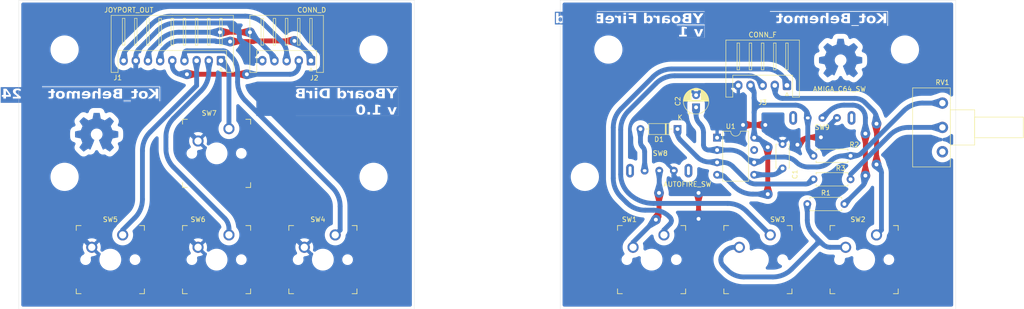
<source format=kicad_pcb>
(kicad_pcb (version 20240108) (generator "pcbnew") (generator_version "8.0")
  (title_block (title "YBoard") (date "2024-07-12") (rev "1.1") (company "Kot_Behemot"))
  (layers (0 "F.Cu" signal) (31 "B.Cu" signal) (34 "B.Paste" user) (35 "F.Paste" user) (36 "B.SilkS" user "B.Silkscreen") (37 "F.SilkS" user "F.Silkscreen") (38 "B.Mask" user) (39 "F.Mask" user) (44 "Edge.Cuts" user))
  (net 0 "")
  (net 1 "Net-(U1-CV)")
  (net 2 "GND_F")
  (net 3 "Net-(U1-THR)")
  (net 4 "Net-(D1-A)")
  (net 5 "/AUTOFIRE")
  (net 6 "/FIRE_D")
  (net 7 "VCC_D")
  (net 8 "/DOWN")
  (net 9 "GND_D")
  (net 10 "/RIGHT")
  (net 11 "/A_D")
  (net 12 "/LEFT")
  (net 13 "/UP")
  (net 14 "Net-(SW9-B)")
  (net 15 "Net-(R1-Pad1)")
  (net 16 "Net-(R3-Pad2)")
  (net 18 "Net-(SW8-B)")
  (net 20 "/B_D")
  (net 21 "VCC_F")
  (net 22 "/B_F")
  (net 23 "/A_F")
  (net 24 "/FIRE_F")
  (footprint "Amiga Joyboard:SW_MX" (layer "F.Cu") (at 67.818 118.618)
    (property "Reference" "SW5")
    (property "Value" "LEFT_BTN")
  )
  (footprint "Connector_JST:JST_XH_S5B-XH-A_1x05_P2.50mm_Horizontal" (layer "F.Cu") (at 206.89 82.804 180)
    (property "Reference" "J3")
    (property "Value" "CONN_F")
  )
  (footprint "Amiga Joyboard:SW_MX" (layer "F.Cu") (at 179.07 118.618)
    (property "Reference" "SW1")
    (property "Value" "FIRE_BTN")
  )
  (footprint "Amiga Joyboard:MountingHole_5.3mm_M5_DIN965_drill_mark" (layer "F.Cu") (at 58.42 75.438)
    (property "Reference" "REF**" (hide yes))
    (property "Value" "MountingHole_M3" (hide yes))
  )
  (footprint "Amiga Joyboard:MountingHole_5.3mm_M5_DIN965_drill_mark" (layer "F.Cu") (at 121.92 101.6)
    (property "Reference" "REF**" (hide yes))
    (property "Value" "MountingHole_M3" (hide yes))
  )
  (footprint "Amiga Joyboard:SW_MX" (layer "F.Cu") (at 89.662 96.774)
    (property "Reference" "SW7")
    (property "Value" "UP_BTN")
  )
  (footprint "Connector_JST:JST_XH_S9B-XH-A_1x09_P2.50mm_Horizontal" (layer "F.Cu") (at 90.558 77.724 180)
    (property "Reference" "J1")
    (property "Value" "JOYPORT_OUT")
  )
  (footprint "Resistor_THT:R_Axial_DIN0207_L6.3mm_D2.5mm_P7.62mm_Horizontal" (layer "F.Cu") (at 211.074 107.188)
    (property "Reference" "R1")
    (property "Value" "100")
  )
  (footprint "Amiga Joyboard:SW_MX" (layer "F.Cu") (at 222.758 118.618)
    (property "Reference" "SW2")
    (property "Value" "B_BTN")
  )
  (footprint "Amiga Joyboard:MountingHole_5.3mm_M5_DIN965_drill_mark" (layer "F.Cu") (at 121.92 75.438)
    (property "Reference" "REF**" (hide yes))
    (property "Value" "MountingHole_M3" (hide yes))
  )
  (footprint "Amiga Joyboard:SS12T44_SLIDER_SWITCH_SPDT" (layer "F.Cu") (at 180.642 100.33)
    (property "Reference" "SW8")
    (property "Value" "AUTOFIRE_SW")
  )
  (footprint "Potentiometer_THT:Potentiometer_Piher_T-16H_Single_Horizontal" (layer "F.Cu") (at 238.844 96.44)
    (property "Reference" "RV1")
    (property "Value" "100k_FREQ_POT")
  )
  (footprint "Amiga Joyboard:SW_MX" (layer "F.Cu") (at 200.914 118.618)
    (property "Reference" "SW3")
    (property "Value" "A_BTN")
  )
  (footprint "Amiga Joyboard:MountingHole_5.3mm_M5_DIN965_drill_mark" (layer "F.Cu") (at 231.14 75.438)
    (property "Reference" "REF**" (hide yes))
    (property "Value" "MountingHole_M3" (hide yes))
  )
  (footprint "Connector_JST:JST_XH_S5B-XH-A_1x05_P2.50mm_Horizontal" (layer "F.Cu") (at 109.06 77.724 180)
    (property "Reference" "J2")
    (property "Value" "CONN_D")
  )
  (footprint "Capacitor_THT:CP_Radial_D5.0mm_P2.50mm" (layer "F.Cu") (at 188.214 87.311113 90)
    (property "Reference" "C2")
    (property "Value" "1uF")
  )
  (footprint "Amiga Joyboard:SS12T44_SLIDER_SWITCH_SPDT" (layer "F.Cu") (at 214.17 89.488)
    (property "Reference" "SW9")
    (property "Value" "AMIGA_C64_SW")
  )
  (footprint "Amiga Joyboard:SW_MX" (layer "F.Cu") (at 89.662 118.618)
    (property "Reference" "SW6")
    (property "Value" "DOWN_BTN")
  )
  (footprint "Resistor_THT:R_Axial_DIN0207_L6.3mm_D2.5mm_P7.62mm_Horizontal" (layer "F.Cu") (at 219.964 97.282 180)
    (property "Reference" "R2")
    (property "Value" "360k")
  )
  (footprint "Amiga Joyboard:MountingHole_5.3mm_M5_DIN965_drill_mark" (layer "F.Cu") (at 58.42 101.6)
    (property "Reference" "REF**" (hide yes))
    (property "Value" "MountingHole_M3" (hide yes))
  )
  (footprint "Diode_THT:D_DO-35_SOD27_P7.62mm_Horizontal" (layer "F.Cu") (at 184.404 91.774 180)
    (property "Reference" "D1")
    (property "Value" "1N4148")
  )
  (footprint "Amiga Joyboard:MountingHole_5.3mm_M5_DIN965_drill_mark" (layer "F.Cu") (at 170.18 75.438)
    (property "Reference" "REF**" (hide yes))
    (property "Value" "MountingHole_M3" (hide yes))
  )
  (footprint "Capacitor_THT:C_Disc_D4.7mm_W2.5mm_P5.00mm" (layer "F.Cu") (at 205.994 99.862 90)
    (property "Reference" "C1")
    (property "Value" "100nF")
  )
  (footprint "Package_DIP:DIP-8_W7.62mm" (layer "F.Cu") (at 192.532 93.552)
    (property "Reference" "U1")
    (property "Value" "NE555P")
  )
  (footprint "Resistor_THT:R_Axial_DIN0207_L6.3mm_D2.5mm_P7.62mm_Horizontal" (layer "F.Cu") (at 212.344 102.108)
    (property "Reference" "R3")
    (property "Value" "4.7K")
  )
  (footprint "Amiga Joyboard:MountingHole_5.3mm_M5_DIN965_drill_mark" (layer "F.Cu") (at 165.354 101.6)
    (property "Reference" "REF**" (hide yes))
    (property "Value" "MountingHole_M3" (hide yes))
  )
  (footprint "Amiga Joyboard:SW_MX" (layer "F.Cu") (at 111.506 118.618)
    (property "Reference" "SW4")
    (property "Value" "RIGHT_BTN")
  )
  (footprint "Symbol:OSHW-Symbol_8.9x8mm_Copper" (layer "B.Cu") (at 217.932 77.216 180)
    (property "Reference" "REF**" (hide yes))
    (property "Value" "OSHW-Symbol_8.9x8mm_Copper" (hide yes))
  )
  (footprint "Symbol:OSHW-Symbol_8.9x8mm_Copper" (layer "B.Cu") (at 65.024 92.456 180)
    (property "Reference" "REF**" (hide yes))
    (property "Value" "OSHW-Symbol_8.9x8mm_Copper" (hide yes))
  )
  (gr_rect (start 160.274 65.278) (end 241.554 128.778) (stroke (width 0.05)) (fill none) (layer "Edge.Cuts"))
  (gr_rect (start 49.022 65.278) (end 130.302 128.778) (stroke (width 0.05)) (fill none) (layer "Edge.Cuts"))
  (gr_text "Kot_Behemot 2024" (at 77.978 85.852 0) (layer "B.Cu" knockout) (effects (font (size 2 2.2) (thickness 0.4) (bold yes)) (justify left bottom mirror)))
  (gr_text "YBoard FireBoard" (at 189.738 70.358 0) (layer "B.Cu" knockout) (effects (font (size 2 2.2) (thickness 0.4) (bold yes)) (justify left bottom mirror)))
  (gr_text "Kot_Behemot 2024" (at 227.584 70.358 0) (layer "B.Cu" knockout) (effects (font (size 2 2.2) (thickness 0.4) (bold yes)) (justify left bottom mirror)))
  (gr_text "YBoard DirBoard\nv 1.0" (at 126.746 89.154 0) (layer "B.Cu" knockout) (effects (font (size 2 2.2) (thickness 0.4) (bold yes)) (justify left bottom mirror)))
  (gr_text "v 1.0" (at 189.738 73.1012 0) (layer "B.Cu" knockout) (effects (font (size 2 2.2) (thickness 0.4) (bold yes)) (justify left bottom mirror)))
  (segment (start 203.75769 101.172) (end 200.152 101.172) (width 1) (layer "B.Cu") (net 1))
  (segment (start 205.339 100.517) (end 205.994 99.862) (width 1) (layer "B.Cu") (net 1))
  (arc (start 205.339 100.517) (mid 204.613488 101.001771) (end 203.75769 101.172) (width 1) (layer "B.Cu") (net 1))
  (segment (start 213.868 93.472) (end 211.64363 93.472) (width 1) (layer "F.Cu") (net 2))
  (segment (start 188.722 110.236) (end 188.722 104.902) (width 1) (layer "F.Cu") (net 2))
  (segment (start 202.438 90.932) (end 197.866 90.932) (width 1) (layer "F.Cu") (net 2))
  (segment (start 209.042 94.996) (end 209.804 94.234) (width 1) (layer "F.Cu") (net 2))
  (via (at 188.722 110.236) (size 2) (drill 0.8) (layers "F.Cu" "B.Cu") (net 2))
  (via (at 197.866 90.932) (size 2) (drill 0.8) (layers "F.Cu" "B.Cu") (net 2))
  (via (at 202.438 90.932) (size 2) (drill 0.8) (layers "F.Cu" "B.Cu") (net 2))
  (via (at 209.042 94.996) (size 2) (drill 0.8) (layers "F.Cu" "B.Cu") (net 2))
  (via (at 188.722 104.902) (size 2) (drill 0.8) (layers "F.Cu" "B.Cu") (net 2))
  (via (at 213.868 93.472) (size 2) (drill 0.8) (layers "F.Cu" "B.Cu") (net 2))
  (arc (start 211.64363 93.472) (mid 210.648029 93.670037) (end 209.804 94.234) (width 1) (layer "F.Cu") (net 2))
  (segment (start 183.642 100.33) (end 183.642 101.46137) (width 1) (layer "B.Cu") (net 2))
  (segment (start 187.08263 104.902) (end 188.722 104.902) (width 1) (layer "B.Cu") (net 2))
  (segment (start 215.138 91.734) (end 215.138 91.948) (width 1) (layer "B.Cu") (net 2))
  (segment (start 183.642 101.46137) (end 187.08263 104.902) (width 1) (layer "B.Cu") (net 2))
  (segment (start 190.221113 82.804) (end 196.89 82.804) (width 1) (layer "B.Cu") (net 2))
  (segment (start 205.994 94.488) (end 205.994 94.862) (width 1) (layer "B.Cu") (net 2))
  (segment (start 209.042 94.996) (end 208.908 94.862) (width 1) (layer "B.Cu") (net 2))
  (segment (start 215.28932 91.368679) (end 217.17 89.488) (width 1) (layer "B.Cu") (net 2))
  (arc (start 215.28932 91.368679) (mid 215.177326 91.536289) (end 215.138 91.734) (width 1) (layer "B.Cu") (net 2))
  (segment (start 198.235899 97.362) (end 199.277467 98.403568) (width 1) (layer "B.Cu") (net 3))
  (segment (start 200.47505 98.632) (end 199.828949 98.632) (width 1) (layer "B.Cu") (net 3))
  (segment (start 190.830548 96.092) (end 192.532 96.092) (width 1) (layer "B.Cu") (net 3))
  (segment (start 201.683369 98.232) (end 201.83137 98.084) (width 1) (layer "B.Cu") (net 3))
  (segment (start 222.243383 96.686616) (end 230.896207 88.033792) (width 1) (layer "B.Cu") (net 3))
  (segment (start 211.24084 99.568) (end 213.013553 99.568) (width 1) (layer "B.Cu") (net 3))
  (segment (start 200.717685 98.632) (end 200.47505 98.632) (width 1) (layer "B.Cu") (net 3))
  (segment (start 188.214 88.838369) (end 188.214 87.311113) (width 1) (layer "B.Cu") (net 3))
  (segment (start 206.335159 97.536) (end 203.154359 97.536) (width 1) (layer "B.Cu") (net 3))
  (segment (start 189.738 94.999451) (end 189.738 92.51763) (width 1) (layer "B.Cu") (net 3))
  (segment (start 220.806 97.282) (end 219.964 97.282) (width 1) (layer "B.Cu") (net 3))
  (segment (start 195.169847 96.092) (end 192.532 96.092) (width 1) (layer "B.Cu") (net 3))
  (segment (start 219.964 97.282) (end 218.44 97.282) (width 1) (layer "B.Cu") (net 3))
  (segment (start 234.743963 86.44) (end 238.844 86.44) (width 1) (layer "B.Cu") (net 3))
  (segment (start 215.838369 98.35963) (end 215.773 98.425) (width 1) (layer "B.Cu") (net 3))
  (arc (start 188.214 88.838369) (mid 188.412037 89.83397) (end 188.976 90.678) (width 1) (layer "B.Cu") (net 3))
  (arc (start 203.154359 97.536) (mid 202.438362 97.67842) (end 201.83137 98.084) (width 1) (layer "B.Cu") (net 3))
  (arc (start 199.277467 98.403568) (mid 199.530489 98.572632) (end 199.828949 98.632) (width 1) (layer "B.Cu") (net 3))
  (arc (start 208.788 98.552) (mid 209.913372 99.30395) (end 211.24084 99.568) (width 1) (layer "B.Cu") (net 3))
  (arc (start 208.788 98.552) (mid 207.662626 97.800049) (end 206.335159 97.536) (width 1) (layer "B.Cu") (net 3))
  (arc (start 222.243383 96.686616) (mid 221.583906 97.127264) (end 220.806 97.282) (width 1) (layer "B.Cu") (net 3))
  (arc (start 188.976 90.678) (mid 189.539962 91.522029) (end 189.738 92.51763) (width 1) (layer "B.Cu") (net 3))
  (arc (start 234.743963 86.44) (mid 232.661572 86.854213) (end 230.896207 88.033792) (width 1) (layer "B.Cu") (net 3))
  (arc (start 190.058 95.772) (mid 190.412448 96.008834) (end 190.830548 96.092) (width 1) (layer "B.Cu") (net 3))
  (arc (start 189.738 94.999451) (mid 189.821165 95.417551) (end 190.058 95.772) (width 1) (layer "B.Cu") (net 3))
  (arc (start 198.235899 97.362) (mid 196.829182 96.422062) (end 195.169847 96.092) (width 1) (layer "B.Cu") (net 3))
  (arc (start 218.44 97.282) (mid 217.032007 97.562066) (end 215.838369 98.35963) (width 1) (layer "B.Cu") (net 3))
  (arc (start 215.773 98.425) (mid 214.506955 99.270943) (end 213.013553 99.568) (width 1) (layer "B.Cu") (net 3))
  (arc (start 201.683369 98.232) (mid 201.240309 98.528043) (end 200.717685 98.632) (width 1) (layer "B.Cu") (net 3))
  (segment (start 177.642 96.460697) (end 177.642 100.33) (width 1) (layer "B.Cu") (net 4))
  (segment (start 176.784 94.389302) (end 176.784 91.774) (width 1) (layer "B.Cu") (net 4))
  (arc (start 177.213 95.425) (mid 177.530506 95.900181) (end 177.642 96.460697) (width 1) (layer "B.Cu") (net 4))
  (arc (start 176.784 94.389302) (mid 176.895493 94.949817) (end 177.213 95.425) (width 1) (layer "B.Cu") (net 4))
  (segment (start 192.588568 98.632) (end 193.728497 98.632) (width 1) (layer "B.Cu") (net 5))
  (segment (start 198.552342 102.259348) (end 195.771045 99.478051) (width 1) (layer "B.Cu") (net 5))
  (segment (start 192.395431 98.552) (end 190.968 98.552) (width 1) (layer "B.Cu") (net 5))
  (segment (start 188.434653 97.502653) (end 185.004333 94.072333) (width 1) (layer "B.Cu") (net 5))
  (segment (start 184.404 92.623) (end 184.404 91.774) (width 1) (layer "B.Cu") (net 5))
  (segment (start 200.514258 103.072) (end 210.698349 103.072) (width 1) (layer "B.Cu") (net 5))
  (segment (start 211.862 102.59) (end 212.344 102.108) (width 1) (layer "B.Cu") (net 5))
  (arc (start 198.552342 102.259348) (mid 199.452477 102.860799) (end 200.514258 103.072) (width 1) (layer "B.Cu") (net 5))
  (arc (start 192.492 98.592) (mid 192.536305 98.621604) (end 192.588568 98.632) (width 1) (layer "B.Cu") (net 5))
  (arc (start 211.862 102.59) (mid 211.328112 102.946732) (end 210.698349 103.072) (width 1) (layer "B.Cu") (net 5))
  (arc (start 195.771045 99.478051) (mid 194.833916 98.851881) (end 193.728497 98.632) (width 1) (layer "B.Cu") (net 5))
  (arc (start 188.434653 97.502653) (mid 189.596962 98.279283) (end 190.968 98.552) (width 1) (layer "B.Cu") (net 5))
  (arc (start 184.404 92.623) (mid 184.560021 93.407373) (end 185.004333 94.072333) (width 1) (layer "B.Cu") (net 5))
  (arc (start 192.492 98.592) (mid 192.447693 98.562395) (end 192.395431 98.552) (width 1) (layer "B.Cu") (net 5))
  (segment (start 97.199395 73.794503) (end 92.443497 73.794503) (width 1) (layer "F.Cu") (net 6))
  (segment (start 97.524113 73.66) (end 105.664 73.66) (width 1) (layer "F.Cu") (net 6))
  (via (at 105.664 73.66) (size 2) (drill 0.8) (layers "F.Cu" "B.Cu") (net 6))
  (via (at 92.443497 73.794503) (size 2) (drill 0.8) (layers "F.Cu" "B.Cu") (net 6))
  (arc (start 97.361754 73.727251) (mid 97.287263 73.777024) (end 97.199395 73.794503) (width 1) (layer "F.Cu") (net 6))
  (arc (start 97.524113 73.66) (mid 97.436245 73.677477) (end 97.361754 73.727251) (width 1) (layer "F.Cu") (net 6))
  (segment (start 89.673101 73.794503) (end 92.443497 73.794503) (width 1) (layer "B.Cu") (net 6))
  (segment (start 78.058 76.8615) (end 78.058 77.724) (width 1) (layer "B.Cu") (net 6))
  (segment (start 105.8175 73.66) (end 105.664 73.66) (width 1) (layer "B.Cu") (net 6))
  (segment (start 82.050922 73.66) (end 89.348383 73.66) (width 1) (layer "B.Cu") (net 6))
  (segment (start 78.667879 75.38912) (end 79.2275 74.8295) (width 1) (layer "B.Cu") (net 6))
  (segment (start 106.07954 73.76854) (end 108.715285 76.404285) (width 1) (layer "B.Cu") (net 6))
  (segment (start 109.06 77.2365) (end 109.06 77.724) (width 1) (layer "B.Cu") (net 6))
  (arc (start 78.667879 75.38912) (mid 78.216502 76.064653) (end 78.058 76.8615) (width 1) (layer "B.Cu") (net 6))
  (arc (start 89.510742 73.727251) (mid 89.436251 73.677477) (end 89.348383 73.66) (width 1) (layer "B.Cu") (net 6))
  (arc (start 106.07954 73.76854) (mid 105.959315 73.688208) (end 105.8175 73.66) (width 1) (layer "B.Cu") (net 6))
  (arc (start 82.050922 73.66) (mid 80.522897 73.963943) (end 79.2275 74.8295) (width 1) (layer "B.Cu") (net 6))
  (arc (start 108.715285 76.404285) (mid 108.970411 76.786108) (end 109.06 77.2365) (width 1) (layer "B.Cu") (net 6))
  (arc (start 89.510742 73.727251) (mid 89.585233 73.777024) (end 89.673101 73.794503) (width 1) (layer "B.Cu") (net 6))
  (segment (start 90.351497 71.881) (end 90.350497 71.88) (width 1) (layer "F.Cu") (net 7))
  (segment (start 90.353911 71.882) (end 96.52 71.882) (width 1) (layer "F.Cu") (net 7))
  (via (at 90.350497 71.88) (size 2) (drill 0.8) (layers "F.Cu" "B.Cu") (net 7))
  (via (at 96.52 71.882) (size 2) (drill 0.8) (layers "F.Cu" "B.Cu") (net 7))
  (arc (start 90.351497 71.881) (mid 90.352604 71.88174) (end 90.353911 71.882) (width 1) (layer "F.Cu") (net 7))
  (segment (start 101.56 77.323) (end 101.56 77.724) (width 1) (layer "B.Cu") (net 7))
  (segment (start 101.27645 76.63845) (end 96.52 71.882) (width 1) (layer "B.Cu") (net 7))
  (segment (start 81.928963 71.882) (end 90.347082 71.882) (width 1) (layer "B.Cu") (net 7))
  (segment (start 78.081206 73.475792) (end 76.167879 75.38912) (width 1) (layer "B.Cu") (net 7))
  (segment (start 75.558 76.8615) (end 75.558 77.724) (width 1) (layer "B.Cu") (net 7))
  (segment (start 90.349497 71.881) (end 90.350497 71.88) (width 1) (layer "B.Cu") (net 7))
  (arc (start 101.27645 76.63845) (mid 101.486307 76.952524) (end 101.56 77.323) (width 1) (layer "B.Cu") (net 7))
  (arc (start 81.928963 71.882) (mid 79.846572 72.296213) (end 78.081206 73.475792) (width 1) (layer "B.Cu") (net 7))
  (arc (start 90.349497 71.881) (mid 90.348389 71.88174) (end 90.347082 71.882) (width 1) (layer "B.Cu") (net 7))
  (arc (start 76.167879 75.38912) (mid 75.716502 76.064653) (end 75.558 76.8615) (width 1) (layer "B.Cu") (net 7))
  (segment (start 92.202 112.268) (end 92.202 113.538) (width 1) (layer "B.Cu") (net 8))
  (segment (start 88.058 80.069934) (end 88.058 77.724) (width 1) (layer "B.Cu") (net 8))
  (segment (start 79.248 95.790036) (end 79.248 93.387861) (width 1) (layer "B.Cu") (net 8))
  (segment (start 86.464207 83.91769) (end 80.841792 89.540105) (width 1) (layer "B.Cu") (net 8))
  (segment (start 91.303974 110.099974) (end 80.841792 99.637792) (width 1) (layer "B.Cu") (net 8))
  (arc (start 88.058 80.069934) (mid 87.643786 82.152324) (end 86.464207 83.91769) (width 1) (layer "B.Cu") (net 8))
  (arc (start 79.248 95.790036) (mid 79.662213 97.872426) (end 80.841792 99.637792) (width 1) (layer "B.Cu") (net 8))
  (arc (start 91.303974 110.099974) (mid 91.96861 111.094672) (end 92.202 112.268) (width 1) (layer "B.Cu") (net 8))
  (arc (start 80.841792 89.540105) (mid 79.662213 91.30547) (end 79.248 93.387861) (width 1) (layer "B.Cu") (net 8))
  (segment (start 94.343497 72.800107) (end 94.343497 71.845738) (width 1) (layer "B.Cu") (net 9))
  (segment (start 107.696 116.078) (end 105.918 114.3) (width 1) (layer "B.Cu") (net 9))
  (segment (start 85.852 94.234) (end 83.82 92.202) (width 1) (layer "B.Cu") (net 9))
  (segment (start 85.852 116.078) (end 83.82 114.046) (width 1) (layer "B.Cu") (net 9))
  (segment (start 92.826713 69.98) (end 81.330963 69.98) (width 1) (layer "B.Cu") (net 9))
  (segment (start 94.669748 73.587748) (end 95.322251 74.240251) (width 1) (layer "B.Cu") (net 9))
  (segment (start 95.758 74.803) (end 95.758 74.93) (width 1) (layer "B.Cu") (net 9))
  (segment (start 73.058 78.5865) (end 73.058 80.17) (width 1) (layer "B.Cu") (net 9))
  (segment (start 99.06 77.724) (end 96.774 77.724) (width 1) (layer "B.Cu") (net 9))
  (segment (start 73.058 76.8615) (end 73.058 78.5865) (width 1) (layer "B.Cu") (net 9))
  (segment (start 64.008 116.078) (end 61.976 114.046) (width 1) (layer "B.Cu") (net 9))
  (segment (start 93.283 70.169) (end 93.661 70.547) (width 1) (layer "B.Cu") (net 9))
  (segment (start 93.661 70.547) (end 93.907748 70.793748) (width 1) (layer "B.Cu") (net 9))
  (segment (start 95.322251 74.240251) (end 95.668197 74.586197) (width 1) (layer "B.Cu") (net 9))
  (segment (start 73.667879 75.38912) (end 77.483207 71.573792) (width 1) (layer "B.Cu") (net 9))
  (arc (start 93.283 70.169) (mid 93.073653 70.029119) (end 92.826713 69.98) (width 1) (layer "B.Cu") (net 9))
  (arc (start 95.668197 74.586197) (mid 95.73466 74.685667) (end 95.758 74.803) (width 1) (layer "B.Cu") (net 9))
  (arc (start 94.343497 72.800107) (mid 94.428286 73.226375) (end 94.669748 73.587748) (width 1) (layer "B.Cu") (net 9))
  (arc (start 81.330963 69.98) (mid 79.248572 70.394213) (end 77.483207 71.573792) (width 1) (layer "B.Cu") (net 9))
  (arc (start 73.667879 75.38912) (mid 73.216502 76.064653) (end 73.058 76.8615) (width 1) (layer "B.Cu") (net 9))
  (arc (start 93.907748 70.793748) (mid 94.230249 71.276405) (end 94.343497 71.845738) (width 1) (layer "B.Cu") (net 9))
  (segment (start 91.834777 76.042503) (end 92.732137 76.939863) (width 1) (layer "B.Cu") (net 10))
  (segment (start 115.062 112.522) (end 114.046 113.538) (width 1) (layer "B.Cu") (net 10))
  (segment (start 83.058 77.724) (end 83.058 76.216081) (width 1) (layer "B.Cu") (net 10))
  (segment (start 93.98 79.95247) (end 93.98 82.074036) (width 1) (layer "B.Cu") (net 10))
  (segment (start 95.573792 85.921792) (end 113.468207 103.816207) (width 1) (layer "B.Cu") (net 10))
  (segment (start 83.582081 75.692) (end 90.988587 75.692) (width 1) (layer "B.Cu") (net 10))
  (segment (start 115.062 107.663963) (end 115.062 112.522) (width 1) (layer "B.Cu") (net 10))
  (arc (start 92.732137 76.939863) (mid 93.65569 78.322058) (end 93.98 79.95247) (width 1) (layer "B.Cu") (net 10))
  (arc (start 83.058 76.216081) (mid 83.097893 76.015524) (end 83.2115 75.8455) (width 1) (layer "B.Cu") (net 10))
  (arc (start 90.988587 75.692) (mid 91.446542 75.783093) (end 91.834777 76.042503) (width 1) (layer "B.Cu") (net 10))
  (arc (start 83.2115 75.8455) (mid 83.381524 75.731893) (end 83.582081 75.692) (width 1) (layer "B.Cu") (net 10))
  (arc (start 93.98 82.074036) (mid 94.394213 84.156426) (end 95.573792 85.921792) (width 1) (layer "B.Cu") (net 10))
  (arc (start 113.468207 103.816207) (mid 114.647786 105.581572) (end 115.062 107.663963) (width 1) (layer "B.Cu") (net 10))
  (segment (start 70.558 76.8615) (end 70.558 77.724) (width 1) (layer "B.Cu") (net 11))
  (segment (start 76.383207 70.173792) (end 71.167879 75.38912) (width 1) (layer "B.Cu") (net 11))
  (segment (start 104.06 76.287) (end 104.06 77.724) (width 1) (layer "B.Cu") (net 11))
  (segment (start 103.043887 73.833887) (end 99.383792 70.173792) (width 1) (layer "B.Cu") (net 11))
  (segment (start 80.230963 68.58) (end 95.536036 68.58) (width 1) (layer "B.Cu") (net 11))
  (arc (start 80.230963 68.58) (mid 78.148572 68.994213) (end 76.383207 70.173792) (width 1) (layer "B.Cu") (net 11))
  (arc (start 71.167879 75.38912) (mid 70.716502 76.064653) (end 70.558 76.8615) (width 1) (layer "B.Cu") (net 11))
  (arc (start 103.043887 73.833887) (mid 103.79592 74.959384) (end 104.06 76.287) (width 1) (layer "B.Cu") (net 11))
  (arc (start 99.383792 70.173792) (mid 97.618426 68.994213) (end 95.536036 68.58) (width 1) (layer "B.Cu") (net 11))
  (segment (start 74.422 96.233963) (end 74.422 106.204036) (width 1) (layer "B.Cu") (net 12))
  (segment (start 85.558 77.724) (end 85.558 82.840208) (width 1) (layer "B.Cu") (net 12))
  (segment (start 79.633316 88.768683) (end 76.015792 92.386207) (width 1) (layer "B.Cu") (net 12))
  (segment (start 72.828207 110.051792) (end 70.358 112.521999) (width 1) (layer "B.Cu") (net 12))
  (segment (start 79.655508 88.7427) (end 79.633316 88.768683) (width 1) (layer "B.Cu") (net 12))
  (segment (start 70.358 112.521999) (end 70.358 113.538) (width 1) (layer "B.Cu") (net 12))
  (segment (start 85.558 82.840208) (end 79.655508 88.7427) (width 1) (layer "B.Cu") (net 12))
  (arc (start 74.422 106.204036) (mid 74.007786 108.286426) (end 72.828207 110.051792) (width 1) (layer "B.Cu") (net 12))
  (arc (start 76.015792 92.386207) (mid 74.836213 94.151572) (end 74.422 96.233963) (width 1) (layer "B.Cu") (net 12))
  (segment (start 90.558 77.724) (end 91.38 78.546) (width 1) (layer "B.Cu") (net 13))
  (segment (start 92.202 80.530483) (end 92.202 91.694) (width 1) (layer "B.Cu") (net 13))
  (arc (start 91.38 78.546) (mid 91.988369 79.456488) (end 92.202 80.530483) (width 1) (layer "B.Cu") (net 13))
  (segment (start 223.012 92.71) (end 223.012 101.346) (width 1) (layer "F.Cu") (net 14))
  (via (at 223.012 101.346) (size 2) (drill 0.8) (layers "F.Cu" "B.Cu") (net 14))
  (via (at 223.012 92.71) (size 2) (drill 0.8) (layers "F.Cu" "B.Cu") (net 14))
  (segment (start 223.012 101.346) (end 223.012 102.108) (width 1) (layer "B.Cu") (net 14))
  (segment (start 215.48 88.178) (end 214.17 89.488) (width 1) (layer "B.Cu") (net 14))
  (segment (start 223.012 89.46963) (end 223.012 92.71) (width 1) (layer "B.Cu") (net 14))
  (segment (start 218.642619 86.868) (end 220.410442 86.868) (width 1) (layer "B.Cu") (net 14))
  (segment (start 222.473184 103.408815) (end 218.694 107.188) (width 1) (layer "B.Cu") (net 14))
  (arc (start 222.25 87.63) (mid 222.813962 88.474029) (end 223.012 89.46963) (width 1) (layer "B.Cu") (net 14))
  (arc (start 222.25 87.63) (mid 221.406009 87.066037) (end 220.410442 86.868) (width 1) (layer "B.Cu") (net 14))
  (arc (start 218.642619 86.868) (mid 216.931022 87.208457) (end 215.48 88.178) (width 1) (layer "B.Cu") (net 14))
  (arc (start 223.012 102.108) (mid 222.871966 102.811996) (end 222.473184 103.408815) (width 1) (layer "B.Cu") (net 14))
  (segment (start 193.848848 117.278475) (end 194.322887 116.804437) (width 1) (layer "B.Cu") (net 15))
  (segment (start 215.782025 116.078) (end 218.948 116.078) (width 1) (layer "B.Cu") (net 15))
  (segment (start 198.024947 122.174) (end 203.994036 122.174) (width 1) (layer "B.Cu") (net 15))
  (segment (start 212.979 114.173) (end 212.344 113.538) (width 1) (layer "B.Cu") (net 15))
  (segment (start 212.978999 115.442999) (end 207.841792 120.580207) (width 1) (layer "B.Cu") (net 15))
  (segment (start 196.076662 116.078) (end 197.104 116.078) (width 1) (layer "B.Cu") (net 15))
  (segment (start 194.679662 120.788337) (end 193.848849 119.957524) (width 1) (layer "B.Cu") (net 15))
  (segment (start 212.979 114.173) (end 214.249 115.443) (width 1) (layer "B.Cu") (net 15))
  (segment (start 211.074 110.471948) (end 211.074 107.188) (width 1) (layer "B.Cu") (net 15))
  (arc (start 207.841792 120.580207) (mid 206.076426 121.759786) (end 203.994036 122.174) (width 1) (layer "B.Cu") (net 15))
  (arc (start 193.848848 117.278475) (mid 193.4382 117.893054) (end 193.294 118.618) (width 1) (layer "B.Cu") (net 15))
  (arc (start 196.076662 116.078) (mid 195.127526 116.266794) (end 194.322887 116.804437) (width 1) (layer "B.Cu") (net 15))
  (arc (start 211.074 110.471948) (mid 211.404062 112.131283) (end 212.344 113.538) (width 1) (layer "B.Cu") (net 15))
  (arc (start 193.294 118.618) (mid 193.4382 119.342945) (end 193.848849 119.957524) (width 1) (layer "B.Cu") (net 15))
  (arc (start 194.679662 120.788337) (mid 196.214492 121.813877) (end 198.024947 122.174) (width 1) (layer "B.Cu") (net 15))
  (arc (start 214.249 115.443) (mid 213.613999 115.179974) (end 212.978999 115.442999) (width 1) (layer "B.Cu") (net 15))
  (arc (start 212.978999 115.442999) (mid 213.242025 114.807999) (end 212.979 114.173) (width 1) (layer "B.Cu") (net 15))
  (arc (start 214.249 115.443) (mid 214.952357 115.912968) (end 215.782025 116.078) (width 1) (layer "B.Cu") (net 15))
  (segment (start 231.869963 91.44) (end 238.844 91.44) (width 1) (layer "B.Cu") (net 16))
  (segment (start 228.022207 93.033792) (end 219.964 101.092) (width 1) (layer "B.Cu") (net 16))
  (arc (start 231.869963 91.44) (mid 229.787572 91.854213) (end 228.022207 93.033792) (width 1) (layer "B.Cu") (net 16))
  (segment (start 179.948474 110.403892) (end 180.594 109.758366) (width 1) (layer "F.Cu") (net 18))
  (segment (start 180.594 109.758366) (end 180.594 104.902) (width 1) (layer "F.Cu") (net 18))
  (via (at 179.948474 110.403892) (size 2) (drill 0.8) (layers "F.Cu" "B.Cu") (net 18))
  (via (at 180.594 104.902) (size 2) (drill 0.8) (layers "F.Cu" "B.Cu") (net 18))
  (segment (start 180.642 104.820058) (end 180.642 100.33) (width 1) (layer "B.Cu") (net 18))
  (segment (start 179.948474 110.403892) (end 179.918108 110.403892) (width 1) (layer "B.Cu") (net 18))
  (segment (start 180.594 104.902) (end 180.618 104.878) (width 1) (layer "B.Cu") (net 18))
  (segment (start 175.26 115.062) (end 175.26 116.078) (width 1) (layer "B.Cu") (net 18))
  (segment (start 179.918108 110.403892) (end 175.26 115.062) (width 1) (layer "B.Cu") (net 18))
  (arc (start 180.642 104.820058) (mid 180.635762 104.851416) (end 180.618 104.878) (width 1) (layer "B.Cu") (net 18))
  (segment (start 83.566 80.518) (end 95.88 80.518) (width 1) (layer "F.Cu") (net 20))
  (via (at 83.566 80.518) (size 2) (drill 0.8) (layers "F.Cu" "B.Cu") (net 20))
  (via (at 95.88 80.518) (size 2) (drill 0.8) (layers "F.Cu" "B.Cu") (net 20))
  (segment (start 104.735102 80.518) (end 95.88 80.518) (width 1) (layer "B.Cu") (net 20))
  (segment (start 106.56 78.693102) (end 106.56 77.724) (width 1) (layer "B.Cu") (net 20))
  (segment (start 82.382897 80.518) (end 83.566 80.518) (width 1) (layer "B.Cu") (net 20))
  (segment (start 80.558 78.693102) (end 80.558 77.724) (width 1) (layer "B.Cu") (net 20))
  (arc (start 81.0925 79.9835) (mid 81.684539 80.379087) (end 82.382897 80.518) (width 1) (layer "B.Cu") (net 20))
  (arc (start 106.56 78.693102) (mid 106.421087 79.39146) (end 106.0255 79.9835) (width 1) (layer "B.Cu") (net 20))
  (arc (start 80.558 78.693102) (mid 80.696912 79.39146) (end 81.0925 79.9835) (width 1) (layer "B.Cu") (net 20))
  (arc (start 106.0255 79.9835) (mid 105.43346 80.379087) (end 104.735102 80.518) (width 1) (layer "B.Cu") (net 20))
  (segment (start 202.946 95.504) (end 202.946 105.156) (width 1) (layer "F.Cu") (net 21))
  (via (at 202.946 95.504) (size 2) (drill 0.8) (layers "F.Cu" "B.Cu") (net 21))
  (via (at 202.946 105.156) (size 2) (drill 0.8) (layers "F.Cu" "B.Cu") (net 21))
  (segment (start 199.771 83.439) (end 199.479802 83.147802) (width 1) (layer "B.Cu") (net 21))
  (segment (start 196.053577 103.562207) (end 194.063369 101.571999) (width 1) (layer "B.Cu") (net 21))
  (segment (start 210.77 87.95663) (end 210.425685 87.612315) (width 1) (layer "B.Cu") (net 21))
  (segment (start 211.757 96.695) (end 212.344 97.282) (width 1) (layer "B.Cu") (net 21))
  (segment (start 193.097685 101.172) (end 192.532 101.172) (width 1) (layer "B.Cu") (net 21))
  (segment (start 201.676 86.868) (end 208.628749 86.868) (width 1) (layer "B.Cu") (net 21))
  (segment (start 200.152 84.358815) (end 200.152 85.344) (width 1) (layer "B.Cu") (net 21))
  (segment (start 201.291691 93.849691) (end 202.946 95.504) (width 1) (layer "B.Cu") (net 21))
  (segment (start 211.17 89.488) (end 211.17 95.277856) (width 1) (layer "B.Cu") (net 21))
  (segment (start 199.901333 105.156) (end 202.946 105.156) (width 1) (layer "B.Cu") (net 21))
  (segment (start 200.152 88.392) (end 200.152 85.344) (width 1) (layer "B.Cu") (net 21))
  (segment (start 211.17 88.922315) (end 211.17 89.488) (width 1) (layer "B.Cu") (net 21))
  (segment (start 199.39 82.931) (end 199.39 82.804) (width 1) (layer "B.Cu") (net 21))
  (segment (start 200.152 93.131) (end 200.152 88.392) (width 1) (layer "B.Cu") (net 21))
  (arc (start 194.063369 101.571999) (mid 193.620309 101.275956) (end 193.097685 101.172) (width 1) (layer "B.Cu") (net 21))
  (arc (start 199.39 82.931) (mid 199.413338 83.048332) (end 199.479802 83.147802) (width 1) (layer "B.Cu") (net 21))
  (arc (start 196.053577 103.562207) (mid 197.818942 104.741786) (end 199.901333 105.156) (width 1) (layer "B.Cu") (net 21))
  (arc (start 211.17 95.277856) (mid 211.322556 96.044808) (end 211.757 96.695) (width 1) (layer "B.Cu") (net 21))
  (arc (start 200.152 93.131) (mid 200.275308 93.428691) (end 200.573 93.552) (width 1) (layer "B.Cu") (net 21))
  (arc (start 201.676 86.868) (mid 200.598369 87.314369) (end 200.152 88.392) (width 1) (layer "B.Cu") (net 21))
  (arc (start 199.771 83.439) (mid 200.052981 83.861014) (end 200.152 84.358815) (width 1) (layer "B.Cu") (net 21))
  (arc (start 210.77 87.95663) (mid 211.066043 88.39969) (end 211.17 88.922315) (width 1) (layer "B.Cu") (net 21))
  (arc (start 210.425685 87.612315) (mid 209.601243 87.061441) (end 208.628749 86.868) (width 1) (layer "B.Cu") (net 21))
  (arc (start 200.152 85.344) (mid 200.598369 86.42163) (end 201.676 86.868) (width 1) (layer "B.Cu") (net 21))
  (arc (start 201.291691 93.849691) (mid 200.961953 93.629367) (end 200.573 93.552) (width 1) (layer "B.Cu") (net 21))
  (segment (start 225.298 99.06) (end 225.298 90.678) (width 1) (layer "F.Cu") (net 22))
  (via (at 225.298 99.06) (size 2) (drill 0.8) (layers "F.Cu" "B.Cu") (net 22))
  (via (at 225.298 90.678) (size 2) (drill 0.8) (layers "F.Cu" "B.Cu") (net 22))
  (segment (start 226.314 100.79442) (end 226.314 112.522) (width 1) (layer "B.Cu") (net 22))
  (segment (start 220.806393 85.468) (end 205.992973 85.468) (width 1) (layer "B.Cu") (net 22))
  (segment (start 226.314 112.522) (end 225.298 113.538) (width 1) (layer "B.Cu") (net 22))
  (segment (start 204.39 83.865026) (end 204.39 82.804) (width 1) (layer "B.Cu") (net 22))
  (segment (start 225.298 90.678) (end 225.298 89.68805) (width 1) (layer "B.Cu") (net 22))
  (segment (start 225.298 99.06) (end 225.806 99.568) (width 1) (layer "B.Cu") (net 22))
  (segment (start 222.959918 86.360019) (end 224.597999 87.9981) (width 1) (layer "B.Cu") (net 22))
  (arc (start 204.39 83.865026) (mid 204.512019 84.478457) (end 204.8595 84.9985) (width 1) (layer "B.Cu") (net 22))
  (arc (start 222.959918 86.360019) (mid 221.971872 85.699828) (end 220.806393 85.468) (width 1) (layer "B.Cu") (net 22))
  (arc (start 224.597999 87.9981) (mid 225.116075 88.773456) (end 225.298 89.68805) (width 1) (layer "B.Cu") (net 22))
  (arc (start 225.806 99.568) (mid 226.181975 100.130686) (end 226.314 100.79442) (width 1) (layer "B.Cu") (net 22))
  (arc (start 204.8595 84.9985) (mid 205.379541 85.34598) (end 205.992973 85.468) (width 1) (layer "B.Cu") (net 22))
  (segment (start 198.567792 108.651792) (end 203.454 113.538) (width 1) (layer "B.Cu") (net 23))
  (segment (start 201.786055 82.406055) (end 201.0495 81.6695) (width 1) (layer "B.Cu") (net 23))
  (segment (start 179.46234 107.058) (end 194.720036 107.058) (width 1) (layer "B.Cu") (net 23))
  (segment (start 179.959207 82.422792) (end 174.313792 88.068207) (width 1) (layer "B.Cu") (net 23))
  (segment (start 172.72 91.915963) (end 172.72 101.07762) (width 1) (layer "B.Cu") (net 23))
  (segment (start 199.020353 80.829) (end 183.806963 80.829) (width 1) (layer "B.Cu") (net 23))
  (segment (start 201.89 82.804) (end 201.89 82.657) (width 1) (layer "B.Cu") (net 23))
  (arc (start 201.89 82.657) (mid 201.862985 82.521189) (end 201.786055 82.406055) (width 1) (layer "B.Cu") (net 23))
  (arc (start 183.806963 80.829) (mid 181.724572 81.243213) (end 179.959207 82.422792) (width 1) (layer "B.Cu") (net 23))
  (arc (start 174.313792 88.068207) (mid 173.134213 89.833572) (end 172.72 91.915963) (width 1) (layer "B.Cu") (net 23))
  (arc (start 201.0495 81.6695) (mid 200.118519 81.047438) (end 199.020353 80.829) (width 1) (layer "B.Cu") (net 23))
  (arc (start 194.720036 107.058) (mid 196.802426 107.472213) (end 198.567792 108.651792) (width 1) (layer "B.Cu") (net 23))
  (arc (start 174.313792 104.925376) (mid 176.675989 106.50376) (end 179.46234 107.058) (width 1) (layer "B.Cu") (net 23))
  (arc (start 172.72 101.07762) (mid 173.134213 103.16001) (end 174.313792 104.925376) (width 1) (layer "B.Cu") (net 23))
  (segment (start 182.855751 111.276248) (end 181.61 112.521999) (width 1) (layer "B.Cu") (net 24))
  (segment (start 202.792943 79.429) (end 183.227064 79.429) (width 1) (layer "B.Cu") (net 24))
  (segment (start 206.89 82.804) (end 206.89 82.3165) (width 1) (layer "B.Cu") (net 24))
  (segment (start 179.379308 81.022792) (end 172.789792 87.612308) (width 1) (layer "B.Cu") (net 24))
  (segment (start 172.789792 105.733792) (end 173.920207 106.864207) (width 1) (layer "B.Cu") (net 24))
  (segment (start 177.767963 108.458) (end 179.460023 108.458) (width 1) (layer "B.Cu") (net 24))
  (segment (start 181.61 112.521999) (end 181.61 113.538) (width 1) (layer "B.Cu") (net 24))
  (segment (start 182.739347 109.816341) (end 182.855751 109.932745) (width 1) (layer "B.Cu") (net 24))
  (segment (start 206.545285 81.484285) (end 205.69 80.629) (width 1) (layer "B.Cu") (net 24))
  (segment (start 171.196 91.460064) (end 171.196 101.886036) (width 1) (layer "B.Cu") (net 24))
  (arc (start 183.134 110.604497) (mid 183.061685 110.968046) (end 182.855751 111.276248) (width 1) (layer "B.Cu") (net 24))
  (arc (start 182.855751 109.932745) (mid 183.061685 110.240947) (end 183.134 110.604497) (width 1) (layer "B.Cu") (net 24))
  (arc (start 183.227064 79.429) (mid 181.144673 79.843213) (end 179.379308 81.022792) (width 1) (layer "B.Cu") (net 24))
  (arc (start 171.196 101.886036) (mid 171.610213 103.968426) (end 172.789792 105.733792) (width 1) (layer "B.Cu") (net 24))
  (arc (start 205.69 80.629) (mid 204.360819 79.740869) (end 202.792943 79.429) (width 1) (layer "B.Cu") (net 24))
  (arc (start 179.460023 108.458) (mid 181.23478 108.811022) (end 182.739347 109.816341) (width 1) (layer "B.Cu") (net 24))
  (arc (start 206.89 82.3165) (mid 206.800411 81.866108) (end 206.545285 81.484285) (width 1) (layer "B.Cu") (net 24))
  (arc (start 173.920207 106.864207) (mid 175.685572 108.043786) (end 177.767963 108.458) (width 1) (layer "B.Cu") (net 24))
  (arc (start 172.789792 87.612308) (mid 171.610213 89.377673) (end 171.196 91.460064) (width 1) (layer "B.Cu") (net 24))
  (zone (net 2) (net_name "GND_F") (layer "B.Cu") (priority 1) (connect_pads (clearance 1)) (min_thickness 0.7) (fill yes (thermal_gap 0.7) (thermal_bridge_width 0.7) (smoothing fillet) (radius 2))
    (polygon (pts (xy 160.274 65.278) (xy 241.554 65.278) (xy 241.554 128.778) (xy 160.274 128.778)))
  )
  (zone (net 9) (net_name "GND_D") (layer "B.Cu") (connect_pads (clearance 1)) (min_thickness 0.7) (fill yes (thermal_gap 0.7) (thermal_bridge_width 0.7) (smoothing fillet) (radius 2))
    (polygon (pts (xy 49.022 65.278) (xy 130.302 65.278) (xy 130.302 128.778) (xy 49.022 128.778)))
  )
)
</source>
